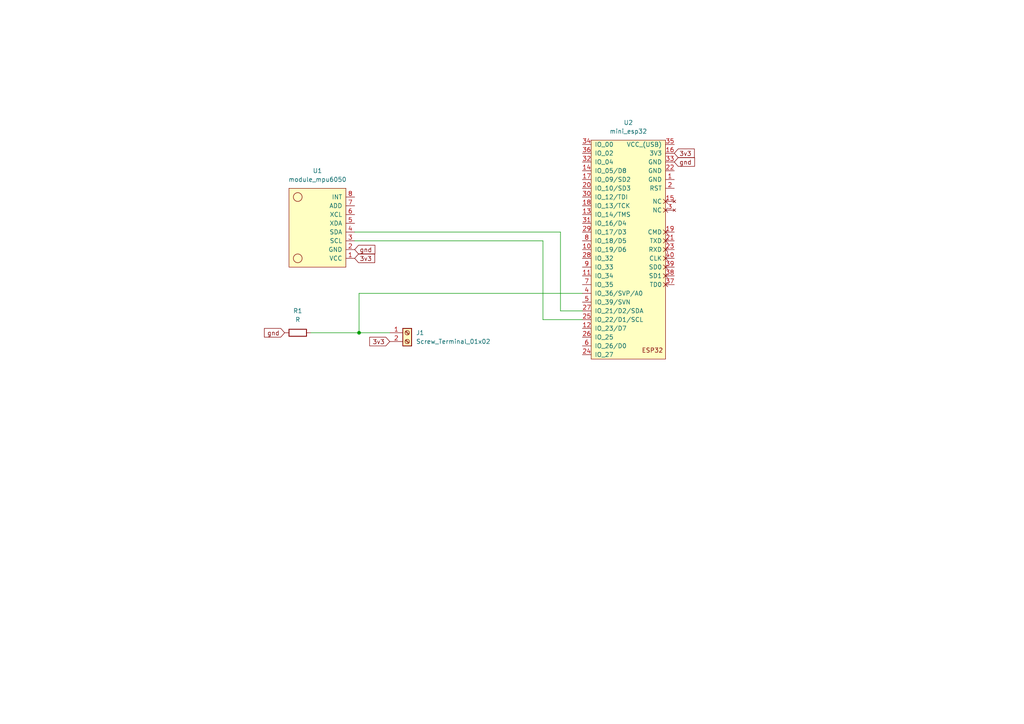
<source format=kicad_sch>
(kicad_sch (version 20211123) (generator eeschema)
  (paper "A4")
  (lib_symbols
    (symbol "Connector:Screw_Terminal_01x02" (pin_names (offset 1.016) hide)
      (property "Reference" "J" (at 0 2.54 0))
      (property "Value" "Screw_Terminal_01x02" (at 0 -5.08 0))
      (symbol "Screw_Terminal_01x02_1_1"
        (rectangle (start -1.27 1.27) (end 1.27 -3.81) (stroke (width 0.254)) (fill (type background)))
        (circle (center 0 -2.54) (radius 0.635) (stroke (width 0.1524)))
        (polyline (pts (xy -0.5334 -2.2098) (xy 0.3302 -3.048)) (stroke (width 0.1524)))
        (polyline (pts (xy -0.5334 0.3302) (xy 0.3302 -0.508)) (stroke (width 0.1524)))
        (polyline (pts (xy -0.3556 -2.032) (xy 0.508 -2.8702)) (stroke (width 0.1524)))
        (polyline (pts (xy -0.3556 0.508) (xy 0.508 -0.3302)) (stroke (width 0.1524)))
        (circle (center 0 0) (radius 0.635) (stroke (width 0.1524)))
        (pin passive line (at -5.08 0 0) (length 3.81) (name "Pin_1") (number "1"))
        (pin passive line (at -5.08 -2.54 0) (length 3.81) (name "Pin_2") (number "2"))
      )
    )
    (symbol "Device:R" (pin_numbers hide) (pin_names (offset 0))
      (property "Reference" "R" (at 2.032 0 90))
      (property "Value" "R" (at 0 0 90))
      (symbol "R_0_1"
        (rectangle (start -1.016 -2.54) (end 1.016 2.54) (stroke (width 0.254)))
      )
      (symbol "R_1_1"
        (pin passive line (at 0 3.81 270) (length 1.27) (name "~") (number "1"))
        (pin passive line (at 0 -3.81 90) (length 1.27) (name "~") (number "2"))
      )
    )
    (symbol "ESP32_mini:mini_esp32" (pin_names (offset 1.016))
      (property "Reference" "U" (at -7.62 -50.8 0))
      (property "Value" "mini_esp32" (at 5.08 -59.69 0))
      (symbol "mini_esp32_0_0"
        (text "ESP32" (at 7.62 -62.23 0) (effects (font (size 1.27 1.27))))
        (pin power_in line (at 13.97 -12.7 180) (length 2.54) (name "GND") (number "1"))
        (pin input line (at 13.97 -15.24 180) (length 2.54) (name "RST") (number "2"))
        (pin no_connect non_logic (at 13.97 -21.59 180) (length 2.54) (name "NC") (number "3"))
        (pin bidirectional line (at -12.7 -45.72 0) (length 2.54) (name "IO_36/SVP/A0") (number "4"))
        (pin bidirectional line (at -12.7 -48.26 0) (length 2.54) (name "IO_39/SVN") (number "5"))
      )
      (symbol "mini_esp32_0_1"
        (rectangle (start -10.16 -1.27) (end 11.43 -64.77) (fill (type background)))
      )
      (symbol "mini_esp32_1_1"
        (pin bidirectional line (at -12.7 -33.02 0) (length 2.54) (name "IO_19/D6") (number "10"))
        (pin bidirectional line (at -12.7 -40.64 0) (length 2.54) (name "IO_34") (number "11"))
        (pin bidirectional line (at -12.7 -55.88 0) (length 2.54) (name "IO_23/D7") (number "12"))
        (pin bidirectional line (at -12.7 -22.86 0) (length 2.54) (name "IO_14/TMS") (number "13"))
        (pin bidirectional line (at -12.7 -10.16 0) (length 2.54) (name "IO_05/D8") (number "14"))
        (pin no_connect non_logic (at 13.97 -19.05 180) (length 2.54) (name "NC") (number "15"))
        (pin power_in line (at 13.97 -5.08 180) (length 2.54) (name "3V3") (number "16"))
        (pin bidirectional line (at -12.7 -12.7 0) (length 2.54) (name "IO_09/SD2") (number "17"))
        (pin bidirectional line (at -12.7 -20.32 0) (length 2.54) (name "IO_13/TCK") (number "18"))
        (pin passive non_logic (at 13.97 -27.94 180) (length 2.54) (name "CMD") (number "19"))
        (pin bidirectional line (at -12.7 -15.24 0) (length 2.54) (name "IO_10/SD3") (number "20"))
        (pin passive non_logic (at 13.97 -30.48 180) (length 2.54) (name "TXD") (number "21"))
        (pin power_in line (at 13.97 -10.16 180) (length 2.54) (name "GND") (number "22"))
        (pin passive non_logic (at 13.97 -33.02 180) (length 2.54) (name "RXD") (number "23"))
        (pin bidirectional line (at -12.7 -63.5 0) (length 2.54) (name "IO_27") (number "24"))
        (pin bidirectional line (at -12.7 -53.34 0) (length 2.54) (name "IO_22/D1/SCL") (number "25"))
        (pin bidirectional line (at -12.7 -58.42 0) (length 2.54) (name "IO_25") (number "26"))
        (pin bidirectional line (at -12.7 -50.8 0) (length 2.54) (name "IO_21/D2/SDA") (number "27"))
        (pin bidirectional line (at -12.7 -35.56 0) (length 2.54) (name "IO_32") (number "28"))
        (pin bidirectional line (at -12.7 -27.94 0) (length 2.54) (name "IO_17/D3") (number "29"))
        (pin bidirectional line (at -12.7 -17.78 0) (length 2.54) (name "IO_12/TDI") (number "30"))
        (pin bidirectional line (at -12.7 -25.4 0) (length 2.54) (name "IO_16/D4") (number "31"))
        (pin bidirectional line (at -12.7 -7.62 0) (length 2.54) (name "IO_04") (number "32"))
        (pin power_in line (at 13.97 -7.62 180) (length 2.54) (name "GND") (number "33"))
        (pin bidirectional line (at -12.7 -2.54 0) (length 2.54) (name "IO_00") (number "34"))
        (pin power_in line (at 13.97 -2.54 180) (length 2.54) (name "VCC_(USB)") (number "35"))
        (pin bidirectional line (at -12.7 -5.08 0) (length 2.54) (name "IO_02") (number "36"))
        (pin passive non_logic (at 13.97 -43.18 180) (length 2.54) (name "TD0") (number "37"))
        (pin passive non_logic (at 13.97 -40.64 180) (length 2.54) (name "SD1") (number "38"))
        (pin passive non_logic (at 13.97 -38.1 180) (length 2.54) (name "SD0") (number "39"))
        (pin passive non_logic (at 13.97 -35.56 180) (length 2.54) (name "CLK") (number "40"))
        (pin bidirectional line (at -12.7 -60.96 0) (length 2.54) (name "IO_26/D0") (number "6"))
        (pin bidirectional line (at -12.7 -43.18 0) (length 2.54) (name "IO_35") (number "7"))
        (pin bidirectional line (at -12.7 -30.48 0) (length 2.54) (name "IO_18/D5") (number "8"))
        (pin bidirectional line (at -12.7 -38.1 0) (length 2.54) (name "IO_33") (number "9"))
      )
    )
    (symbol "usini_sensors:module_mpu6050" (pin_names (offset 1.016))
      (property "Reference" "U" (at 2.54 21.59 0))
      (property "Value" "module_mpu6050" (at 11.43 -3.81 0))
      (symbol "module_mpu6050_0_1"
        (rectangle (start 2.54 20.32) (end 19.05 -2.54) (fill (type background)))
        (circle (center 16.51 0) (radius 1.27))
        (circle (center 16.51 17.78) (radius 1.27))
      )
      (symbol "module_mpu6050_1_1"
        (pin input line (at 0 17.78 0) (length 2.54) (name "VCC") (number "1"))
        (pin input line (at 0 15.24 0) (length 2.54) (name "GND") (number "2"))
        (pin input line (at 0 12.7 0) (length 2.54) (name "SCL") (number "3"))
        (pin input line (at 0 10.16 0) (length 2.54) (name "SDA") (number "4"))
        (pin input line (at 0 7.62 0) (length 2.54) (name "XDA") (number "5"))
        (pin input line (at 0 5.08 0) (length 2.54) (name "XCL") (number "6"))
        (pin input line (at 0 2.54 0) (length 2.54) (name "ADD") (number "7"))
        (pin input line (at 0 0 0) (length 2.54) (name "INT") (number "8"))
      )
    )
  )
  (junction (at 104.14 96.52))
  (wire (pts (xy 104.14 96.52) (xy 113.03 96.52)))
  (wire (pts (xy 102.87 67.31) (xy 162.56 67.31)))
  (wire (pts (xy 157.48 69.85) (xy 157.48 92.71)))
  (wire (pts (xy 162.56 90.17) (xy 168.91 90.17)))
  (wire (pts (xy 168.91 85.09) (xy 104.14 85.09)))
  (wire (pts (xy 162.56 67.31) (xy 162.56 90.17)))
  (wire (pts (xy 157.48 92.71) (xy 168.91 92.71)))
  (wire (pts (xy 104.14 85.09) (xy 104.14 96.52)))
  (wire (pts (xy 90.17 96.52) (xy 104.14 96.52)))
  (wire (pts (xy 102.87 69.85) (xy 157.48 69.85)))
  (global_label "3v3" (shape input) (at 195.58 44.45 0) (property "Intersheet References" "${INTERSHEET_REFS}" (effects hide)))
  (global_label "3v3" (shape input) (at 113.03 99.06 180) (property "Intersheet References" "${INTERSHEET_REFS}" (effects hide)))
  (global_label "3v3" (shape input) (at 102.87 74.93 0) (property "Intersheet References" "${INTERSHEET_REFS}" (effects hide)))
  (global_label "gnd" (shape input) (at 102.87 72.39 0) (property "Intersheet References" "${INTERSHEET_REFS}" (effects hide)))
  (global_label "gnd" (shape input) (at 195.58 46.99 0) (property "Intersheet References" "${INTERSHEET_REFS}" (effects hide)))
  (global_label "gnd" (shape input) (at 82.55 96.52 180) (property "Intersheet References" "${INTERSHEET_REFS}" (effects hide)))
  (symbol (lib_id "ESP32_mini:mini_esp32") (at 181.61 39.37 0) (unit 1)
    (property "Reference" "U2" (at 182.245 35.56 0))
    (property "Value" "mini_esp32" (at 182.245 38.1 0))
    (property "Footprint" "ESP32_mini:ESP32_mini" (effects hide))
  )
  (symbol (lib_id "Connector:Screw_Terminal_01x02") (at 118.11 96.52 0) (unit 1)
    (property "Reference" "J1" (at 120.65 96.5199 0) (effects (justify left)))
    (property "Value" "Screw_Terminal_01x02" (at 120.65 99.0599 0) (effects (justify left)))
    (property "Footprint" "Connector_Phoenix_MSTB:PhoenixContact_MSTBA_2,5_2-G-5,08_1x02_P5.08mm_Horizontal" (effects hide))
  )
  (symbol (lib_id "Device:R") (at 86.36 96.52 90) (unit 1)
    (property "Reference" "R1" (at 86.36 90.17 90))
    (property "Value" "R" (at 86.36 92.71 90))
    (property "Footprint" "Resistor_THT:R_Axial_DIN0207_L6.3mm_D2.5mm_P10.16mm_Horizontal" (effects hide))
  )
  (symbol (lib_id "usini_sensors:module_mpu6050") (at 102.87 57.15 180) (unit 1)
    (property "Reference" "U1" (at 92.075 49.53 0))
    (property "Value" "module_mpu6050" (at 92.075 52.07 0))
    (property "Footprint" "usini_sensors:module_mpu6050" (effects hide))
  )
)
</source>
